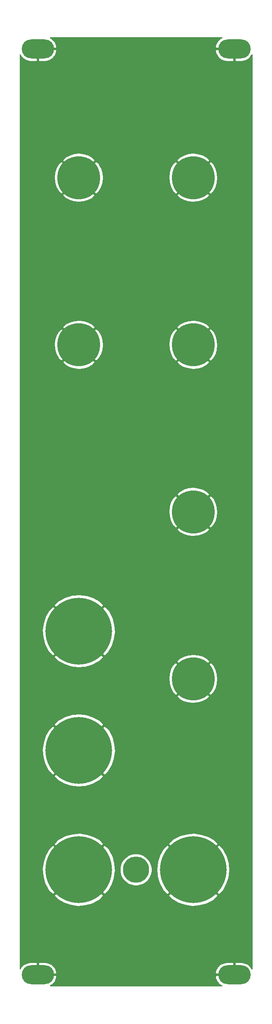
<source format=gbl>
G04 #@! TF.GenerationSoftware,KiCad,Pcbnew,7.0.11-7.0.11~ubuntu22.04.1*
G04 #@! TF.CreationDate,2024-03-05T20:19:51-05:00*
G04 #@! TF.ProjectId,precadsr-panel,70726563-6164-4737-922d-70616e656c2e,rev?*
G04 #@! TF.SameCoordinates,Original*
G04 #@! TF.FileFunction,Copper,L2,Bot*
G04 #@! TF.FilePolarity,Positive*
%FSLAX46Y46*%
G04 Gerber Fmt 4.6, Leading zero omitted, Abs format (unit mm)*
G04 Created by KiCad (PCBNEW 7.0.11-7.0.11~ubuntu22.04.1) date 2024-03-05 20:19:51*
%MOMM*%
%LPD*%
G01*
G04 APERTURE LIST*
G04 #@! TA.AperFunction,ComponentPad*
%ADD10O,6.800000X4.000000*%
G04 #@! TD*
G04 #@! TA.AperFunction,ComponentPad*
%ADD11C,14.000000*%
G04 #@! TD*
G04 #@! TA.AperFunction,ComponentPad*
%ADD12C,9.000000*%
G04 #@! TD*
G04 #@! TA.AperFunction,ComponentPad*
%ADD13C,17.600000*%
G04 #@! TD*
G04 #@! TA.AperFunction,ComponentPad*
%ADD14C,5.500000*%
G04 #@! TD*
G04 APERTURE END LIST*
D10*
G04 #@! TO.P,H1,1*
G04 #@! TO.N,GND*
X4400000Y197000000D03*
X4400000Y3000000D03*
G04 #@! TD*
G04 #@! TO.P,H2,1*
G04 #@! TO.N,GND*
X45600000Y197000000D03*
X45600000Y3000000D03*
G04 #@! TD*
D11*
G04 #@! TO.P,H3,1*
G04 #@! TO.N,GND*
X13000000Y75000000D03*
G04 #@! TD*
D12*
G04 #@! TO.P,H4,1*
G04 #@! TO.N,GND*
X37000000Y170000000D03*
G04 #@! TD*
G04 #@! TO.P,H5,1*
G04 #@! TO.N,GND*
X13000000Y170000000D03*
G04 #@! TD*
D11*
G04 #@! TO.P,H6,1*
G04 #@! TO.N,GND*
X13000000Y50000000D03*
G04 #@! TD*
D12*
G04 #@! TO.P,H7,1*
G04 #@! TO.N,GND*
X37000000Y135000000D03*
G04 #@! TD*
G04 #@! TO.P,H8,1*
G04 #@! TO.N,GND*
X13000000Y135000000D03*
G04 #@! TD*
D11*
G04 #@! TO.P,H9,1*
G04 #@! TO.N,GND*
X13000000Y25000000D03*
G04 #@! TD*
D12*
G04 #@! TO.P,H10,1*
G04 #@! TO.N,GND*
X37000000Y100000000D03*
G04 #@! TD*
D13*
G04 #@! TO.P,H11,1*
G04 #@! TO.N,GND*
X13000000Y100000000D03*
G04 #@! TD*
D11*
G04 #@! TO.P,H12,1*
G04 #@! TO.N,GND*
X37000000Y25000000D03*
G04 #@! TD*
D12*
G04 #@! TO.P,H13,1*
G04 #@! TO.N,GND*
X37000000Y65000000D03*
G04 #@! TD*
D14*
G04 #@! TO.P,H14,1*
G04 #@! TO.N,N/C*
X25000000Y25000000D03*
G04 #@! TD*
G04 #@! TA.AperFunction,Conductor*
G04 #@! TO.N,GND*
G36*
X43004489Y199432333D02*
G01*
X43045691Y199404803D01*
X43073221Y199363601D01*
X43082888Y199315000D01*
X43073221Y199266399D01*
X43045691Y199225197D01*
X43021078Y199206008D01*
X42706401Y199017795D01*
X42341444Y198687634D01*
X42047916Y198292624D01*
X41836536Y197846768D01*
X41751765Y197536363D01*
X41825204Y197254000D01*
X45408934Y197254000D01*
X45424399Y197264333D01*
X45473000Y197274000D01*
X45727000Y197274000D01*
X45775601Y197264333D01*
X45816803Y197236803D01*
X45824813Y197224814D01*
X45836803Y197216803D01*
X45864333Y197175601D01*
X45874000Y197127000D01*
X45874000Y196873000D01*
X45864333Y196824399D01*
X45854000Y196808935D01*
X45854000Y194492000D01*
X47117689Y194492000D01*
X47607730Y194564227D01*
X48071249Y194729592D01*
X48493598Y194982206D01*
X48858555Y195312367D01*
X49152083Y195707377D01*
X49200245Y195808962D01*
X49229800Y195848736D01*
X49272327Y195874172D01*
X49321350Y195881397D01*
X49369407Y195869312D01*
X49409181Y195839757D01*
X49434617Y195797230D01*
X49442001Y195754556D01*
X49442000Y4245446D01*
X49432333Y4196845D01*
X49404803Y4155643D01*
X49363601Y4128113D01*
X49315000Y4118446D01*
X49266399Y4128113D01*
X49225197Y4155643D01*
X49200244Y4191040D01*
X49152083Y4292624D01*
X48858555Y4687634D01*
X48493598Y5017795D01*
X48071249Y5270409D01*
X47607730Y5435774D01*
X47117689Y5508000D01*
X45854000Y5508000D01*
X45854000Y3191066D01*
X45864333Y3175601D01*
X45874000Y3127000D01*
X45874000Y2873000D01*
X45864333Y2824399D01*
X45836803Y2783197D01*
X45824813Y2775187D01*
X45816803Y2763197D01*
X45775601Y2735667D01*
X45727000Y2726000D01*
X45473000Y2726000D01*
X45424399Y2735667D01*
X45408934Y2746000D01*
X41825204Y2746000D01*
X41751765Y2463638D01*
X41836536Y2153233D01*
X42047916Y1707377D01*
X42341444Y1312367D01*
X42706401Y982206D01*
X43021078Y793992D01*
X43057825Y760748D01*
X43079053Y715973D01*
X43081531Y666482D01*
X43064880Y619810D01*
X43031636Y583063D01*
X42986861Y561835D01*
X42955888Y558000D01*
X7044112Y558000D01*
X6995511Y567667D01*
X6954309Y595197D01*
X6926779Y636399D01*
X6917112Y685000D01*
X6926779Y733601D01*
X6954309Y774803D01*
X6978922Y793992D01*
X7293598Y982206D01*
X7658555Y1312367D01*
X7952083Y1707377D01*
X8163463Y2153233D01*
X8248234Y2463638D01*
X8174796Y2746000D01*
X4591066Y2746000D01*
X4575601Y2735667D01*
X4527000Y2726000D01*
X4273000Y2726000D01*
X4224399Y2735667D01*
X4183197Y2763197D01*
X4175186Y2775187D01*
X4163197Y2783197D01*
X4135667Y2824399D01*
X4126000Y2873000D01*
X4126000Y3127000D01*
X4135667Y3175601D01*
X4146000Y3191066D01*
X4146000Y5508000D01*
X4654000Y5508000D01*
X4654000Y3254000D01*
X8174796Y3254000D01*
X8248234Y3536363D01*
X41751765Y3536363D01*
X41825204Y3254000D01*
X45346000Y3254000D01*
X45346000Y5508000D01*
X44082311Y5508000D01*
X43592269Y5435774D01*
X43128750Y5270409D01*
X42706401Y5017795D01*
X42341444Y4687634D01*
X42047916Y4292624D01*
X41836536Y3846768D01*
X41751765Y3536363D01*
X8248234Y3536363D01*
X8163463Y3846768D01*
X7952083Y4292624D01*
X7658555Y4687634D01*
X7293598Y5017795D01*
X6871249Y5270409D01*
X6407730Y5435774D01*
X5917689Y5508000D01*
X4654000Y5508000D01*
X4146000Y5508000D01*
X2882311Y5508000D01*
X2392269Y5435774D01*
X1928750Y5270409D01*
X1506401Y5017795D01*
X1141444Y4687634D01*
X847916Y4292624D01*
X799756Y4191040D01*
X770201Y4151266D01*
X727674Y4125830D01*
X678651Y4118605D01*
X630594Y4130690D01*
X590820Y4160245D01*
X565384Y4202772D01*
X558000Y4245446D01*
X558000Y19595056D01*
X7954267Y19595056D01*
X8673524Y18820372D01*
X9955338Y18097325D01*
X11360490Y17635974D01*
X12828639Y17457619D01*
X14303385Y17569114D01*
X15728027Y17966171D01*
X17052147Y18635715D01*
X17323155Y18816796D01*
X18045732Y19595056D01*
X31954267Y19595056D01*
X32673524Y18820372D01*
X33955338Y18097325D01*
X35360490Y17635974D01*
X36828639Y17457619D01*
X38303385Y17569114D01*
X39728027Y17966171D01*
X41052147Y18635715D01*
X41323155Y18816796D01*
X42045732Y19595056D01*
X37000000Y24640789D01*
X31954267Y19595056D01*
X18045732Y19595056D01*
X13000000Y24640789D01*
X7954267Y19595056D01*
X558000Y19595056D01*
X558000Y25171361D01*
X5457618Y25171361D01*
X5569113Y23696615D01*
X5966170Y22271973D01*
X6635714Y20947853D01*
X6816795Y20676845D01*
X7595055Y19954268D01*
X12640788Y25000000D01*
X13359211Y25000000D01*
X18404944Y19954268D01*
X19179628Y20673525D01*
X19902675Y21955339D01*
X20364026Y23360491D01*
X20524217Y24679117D01*
X21742000Y24679117D01*
X21867202Y24049678D01*
X22112798Y23456757D01*
X22469343Y22923149D01*
X22923148Y22469344D01*
X23456756Y22112799D01*
X24049677Y21867203D01*
X24679116Y21742000D01*
X25320884Y21742000D01*
X25950322Y21867203D01*
X26543243Y22112799D01*
X27076851Y22469344D01*
X27530656Y22923149D01*
X27887201Y23456757D01*
X28132797Y24049678D01*
X28258000Y24679117D01*
X28258000Y25171361D01*
X29457618Y25171361D01*
X29569113Y23696615D01*
X29966170Y22271973D01*
X30635714Y20947853D01*
X30816795Y20676845D01*
X31595055Y19954268D01*
X36640788Y25000000D01*
X37359211Y25000000D01*
X42404944Y19954268D01*
X43179628Y20673525D01*
X43902675Y21955339D01*
X44364026Y23360491D01*
X44542381Y24828640D01*
X44430886Y26303386D01*
X44033829Y27728028D01*
X43364285Y29052148D01*
X43183204Y29323156D01*
X42404944Y30045733D01*
X37359211Y25000000D01*
X36640788Y25000000D01*
X31595055Y30045733D01*
X30820371Y29326476D01*
X30097324Y28044662D01*
X29635973Y26639510D01*
X29457618Y25171361D01*
X28258000Y25171361D01*
X28258000Y25320884D01*
X28132797Y25950323D01*
X27887201Y26543244D01*
X27530656Y27076852D01*
X27076851Y27530657D01*
X26543243Y27887202D01*
X25950322Y28132798D01*
X25320884Y28258000D01*
X24679116Y28258000D01*
X24049677Y28132798D01*
X23456756Y27887202D01*
X22923148Y27530657D01*
X22469343Y27076852D01*
X22112798Y26543244D01*
X21867202Y25950323D01*
X21742000Y25320884D01*
X21742000Y24679117D01*
X20524217Y24679117D01*
X20542381Y24828640D01*
X20504945Y25323819D01*
X20430886Y26303386D01*
X20033829Y27728028D01*
X19364285Y29052148D01*
X19183204Y29323156D01*
X18404944Y30045733D01*
X13359211Y25000000D01*
X12640788Y25000000D01*
X7595055Y30045733D01*
X6820371Y29326476D01*
X6097324Y28044662D01*
X5635973Y26639510D01*
X5457618Y25171361D01*
X558000Y25171361D01*
X558000Y30404945D01*
X7954267Y30404945D01*
X13000000Y25359212D01*
X18045732Y30404945D01*
X31954267Y30404945D01*
X37000000Y25359212D01*
X42045732Y30404945D01*
X41326475Y31179629D01*
X40044661Y31902676D01*
X38639509Y32364027D01*
X37171360Y32542382D01*
X35696614Y32430887D01*
X34271972Y32033830D01*
X32947852Y31364286D01*
X32676844Y31183205D01*
X31954267Y30404945D01*
X18045732Y30404945D01*
X17326475Y31179629D01*
X16044661Y31902676D01*
X14639509Y32364027D01*
X13171360Y32542382D01*
X11696614Y32430887D01*
X10271972Y32033830D01*
X8947852Y31364286D01*
X8676844Y31183205D01*
X7954267Y30404945D01*
X558000Y30404945D01*
X558000Y44595056D01*
X7954267Y44595056D01*
X8673524Y43820372D01*
X9955338Y43097325D01*
X11360490Y42635974D01*
X12828639Y42457619D01*
X14303385Y42569114D01*
X15728027Y42966171D01*
X17052147Y43635715D01*
X17323155Y43816796D01*
X18045732Y44595056D01*
X13000000Y49640789D01*
X7954267Y44595056D01*
X558000Y44595056D01*
X558000Y50171361D01*
X5457618Y50171361D01*
X5569113Y48696615D01*
X5966170Y47271973D01*
X6635714Y45947853D01*
X6816795Y45676845D01*
X7595055Y44954268D01*
X12640788Y50000000D01*
X13359211Y50000000D01*
X18404944Y44954268D01*
X19179628Y45673525D01*
X19902675Y46955339D01*
X20364026Y48360491D01*
X20542381Y49828640D01*
X20430886Y51303386D01*
X20033829Y52728028D01*
X19364285Y54052148D01*
X19183204Y54323156D01*
X18404944Y55045733D01*
X13359211Y50000000D01*
X12640788Y50000000D01*
X7595055Y55045733D01*
X6820371Y54326476D01*
X6097324Y53044662D01*
X5635973Y51639510D01*
X5457618Y50171361D01*
X558000Y50171361D01*
X558000Y55404945D01*
X7954267Y55404945D01*
X13000000Y50359212D01*
X18045732Y55404945D01*
X17326475Y56179629D01*
X16044661Y56902676D01*
X14639509Y57364027D01*
X13171360Y57542382D01*
X11696614Y57430887D01*
X10271972Y57033830D01*
X8947852Y56364286D01*
X8676844Y56183205D01*
X7954267Y55404945D01*
X558000Y55404945D01*
X558000Y61367012D01*
X33726222Y61367012D01*
X34153266Y60851714D01*
X35006327Y60379542D01*
X35946043Y60079377D01*
X36926258Y59968308D01*
X37909307Y60050604D01*
X38857418Y60323104D01*
X39738887Y60777779D01*
X39843252Y60847514D01*
X40273777Y61367012D01*
X37000000Y64640789D01*
X33726222Y61367012D01*
X558000Y61367012D01*
X558000Y65073742D01*
X31968307Y65073742D01*
X32050603Y64090693D01*
X32323103Y63142582D01*
X32777778Y62261113D01*
X32847513Y62156748D01*
X33367011Y61726223D01*
X36640789Y65000000D01*
X37359211Y65000000D01*
X40632988Y61726223D01*
X41148286Y62153267D01*
X41620458Y63006328D01*
X41920623Y63946044D01*
X42031692Y64926259D01*
X41949396Y65909308D01*
X41676896Y66857419D01*
X41222221Y67738888D01*
X41152486Y67843253D01*
X40632988Y68273778D01*
X37359211Y65000000D01*
X36640789Y65000000D01*
X33367011Y68273778D01*
X32851713Y67846734D01*
X32379541Y66993673D01*
X32079376Y66053957D01*
X31968307Y65073742D01*
X558000Y65073742D01*
X558000Y69595056D01*
X7954267Y69595056D01*
X8673524Y68820372D01*
X9955338Y68097325D01*
X11360490Y67635974D01*
X12828639Y67457619D01*
X14303385Y67569114D01*
X15728027Y67966171D01*
X17046758Y68632989D01*
X33726222Y68632989D01*
X37000000Y65359211D01*
X40273777Y68632989D01*
X39846733Y69148287D01*
X38993672Y69620459D01*
X38053956Y69920624D01*
X37073741Y70031693D01*
X36090692Y69949397D01*
X35142581Y69676897D01*
X34261112Y69222222D01*
X34156747Y69152487D01*
X33726222Y68632989D01*
X17046758Y68632989D01*
X17052143Y68635712D01*
X17194105Y68730568D01*
X17194106Y68730568D01*
X17323155Y68816796D01*
X18045732Y69595056D01*
X13000000Y74640789D01*
X7954267Y69595056D01*
X558000Y69595056D01*
X558000Y75171361D01*
X5457618Y75171361D01*
X5569113Y73696615D01*
X5966170Y72271973D01*
X6635714Y70947853D01*
X6816795Y70676845D01*
X7595055Y69954268D01*
X12640788Y75000000D01*
X13359211Y75000000D01*
X18404944Y69954268D01*
X19179628Y70673525D01*
X19902675Y71955339D01*
X20364026Y73360491D01*
X20542381Y74828640D01*
X20430886Y76303386D01*
X20033829Y77728028D01*
X19364285Y79052148D01*
X19183204Y79323156D01*
X18404944Y80045733D01*
X13359211Y75000000D01*
X12640788Y75000000D01*
X7595055Y80045733D01*
X6820371Y79326476D01*
X6097324Y78044662D01*
X5635973Y76639510D01*
X5457618Y75171361D01*
X558000Y75171361D01*
X558000Y80404945D01*
X7954267Y80404945D01*
X13000000Y75359212D01*
X18045732Y80404945D01*
X17326475Y81179629D01*
X16044661Y81902676D01*
X14639509Y82364027D01*
X13171360Y82542382D01*
X11696614Y82430887D01*
X10271972Y82033830D01*
X8947852Y81364286D01*
X8676844Y81183205D01*
X7954267Y80404945D01*
X558000Y80404945D01*
X558000Y94027519D01*
X7386729Y94027519D01*
X8200412Y93170224D01*
X9618937Y92367122D01*
X11172999Y91854175D01*
X12797283Y91654264D01*
X14429344Y91775076D01*
X16006484Y92211968D01*
X17472301Y92950272D01*
X17796304Y93166764D01*
X18613270Y94027519D01*
X13000000Y99640789D01*
X7386729Y94027519D01*
X558000Y94027519D01*
X558000Y100202717D01*
X4654263Y100202717D01*
X4775075Y98570656D01*
X5211967Y96993516D01*
X5950271Y95527699D01*
X6166763Y95203696D01*
X7027518Y94386730D01*
X12640789Y100000000D01*
X13359211Y100000000D01*
X18972481Y94386730D01*
X19829776Y95200413D01*
X20490250Y96367012D01*
X33726222Y96367012D01*
X34153266Y95851714D01*
X35006327Y95379542D01*
X35946043Y95079377D01*
X36926258Y94968308D01*
X37909307Y95050604D01*
X38857418Y95323104D01*
X39738887Y95777779D01*
X39843252Y95847514D01*
X40273777Y96367012D01*
X37000000Y99640789D01*
X33726222Y96367012D01*
X20490250Y96367012D01*
X20530213Y96437599D01*
X20632878Y96618938D01*
X21145825Y98173000D01*
X21345736Y99797284D01*
X21325828Y100066236D01*
X21325272Y100073742D01*
X31968307Y100073742D01*
X32050603Y99090693D01*
X32323103Y98142582D01*
X32777778Y97261113D01*
X32847513Y97156748D01*
X33367011Y96726223D01*
X36640789Y100000000D01*
X37359211Y100000000D01*
X40632988Y96726223D01*
X41148286Y97153267D01*
X41620458Y98006328D01*
X41920623Y98946044D01*
X42031692Y99926259D01*
X41949396Y100909308D01*
X41676896Y101857419D01*
X41222221Y102738888D01*
X41152486Y102843253D01*
X40632988Y103273778D01*
X37359211Y100000000D01*
X36640789Y100000000D01*
X33367011Y103273778D01*
X32851713Y102846734D01*
X32379541Y101993673D01*
X32079376Y101053957D01*
X31968307Y100073742D01*
X21325272Y100073742D01*
X21224924Y101429345D01*
X20788032Y103006485D01*
X20505289Y103567841D01*
X20472475Y103632989D01*
X33726222Y103632989D01*
X37000000Y100359211D01*
X40273777Y103632989D01*
X39846733Y104148287D01*
X38993672Y104620459D01*
X38053956Y104920624D01*
X37073741Y105031693D01*
X36090692Y104949397D01*
X35142581Y104676897D01*
X34261112Y104222222D01*
X34156747Y104152487D01*
X33726222Y103632989D01*
X20472475Y103632989D01*
X20049728Y104472302D01*
X19833236Y104796305D01*
X18972481Y105613271D01*
X13359211Y100000000D01*
X12640789Y100000000D01*
X7027518Y105613271D01*
X6170223Y104799588D01*
X5367121Y103381063D01*
X4854174Y101827001D01*
X4654263Y100202717D01*
X558000Y100202717D01*
X558000Y105972482D01*
X7386729Y105972482D01*
X13000000Y100359211D01*
X18613270Y105972482D01*
X17799587Y106829777D01*
X16381062Y107632879D01*
X14827000Y108145826D01*
X13202716Y108345737D01*
X11570655Y108224925D01*
X9993515Y107788033D01*
X8527698Y107049729D01*
X8203695Y106833237D01*
X7386729Y105972482D01*
X558000Y105972482D01*
X558000Y131367012D01*
X9726222Y131367012D01*
X10153266Y130851714D01*
X11006327Y130379542D01*
X11946043Y130079377D01*
X12926258Y129968308D01*
X13909307Y130050604D01*
X14857418Y130323104D01*
X15738887Y130777779D01*
X15843252Y130847514D01*
X16273777Y131367012D01*
X33726222Y131367012D01*
X34153266Y130851714D01*
X35006327Y130379542D01*
X35946043Y130079377D01*
X36926258Y129968308D01*
X37909307Y130050604D01*
X38857418Y130323104D01*
X39738887Y130777779D01*
X39843252Y130847514D01*
X40273777Y131367012D01*
X37000000Y134640789D01*
X33726222Y131367012D01*
X16273777Y131367012D01*
X13000000Y134640789D01*
X9726222Y131367012D01*
X558000Y131367012D01*
X558000Y135073742D01*
X7968307Y135073742D01*
X8050603Y134090693D01*
X8323103Y133142582D01*
X8777778Y132261113D01*
X8847513Y132156748D01*
X9367011Y131726223D01*
X12640789Y135000000D01*
X13359211Y135000000D01*
X16632988Y131726223D01*
X17148286Y132153267D01*
X17620458Y133006328D01*
X17920623Y133946044D01*
X18031692Y134926259D01*
X18020077Y135065016D01*
X18019346Y135073742D01*
X31968307Y135073742D01*
X32050603Y134090693D01*
X32323103Y133142582D01*
X32777778Y132261113D01*
X32847513Y132156748D01*
X33367011Y131726223D01*
X36640789Y135000000D01*
X37359211Y135000000D01*
X40632988Y131726223D01*
X41148286Y132153267D01*
X41620458Y133006328D01*
X41920623Y133946044D01*
X42031692Y134926259D01*
X41949396Y135909308D01*
X41676896Y136857419D01*
X41222221Y137738888D01*
X41152486Y137843253D01*
X40632988Y138273778D01*
X37359211Y135000000D01*
X36640789Y135000000D01*
X33367011Y138273778D01*
X32851713Y137846734D01*
X32379541Y136993673D01*
X32079376Y136053957D01*
X31968307Y135073742D01*
X18019346Y135073742D01*
X17949396Y135909308D01*
X17676896Y136857419D01*
X17222221Y137738888D01*
X17152486Y137843253D01*
X16632988Y138273778D01*
X13359211Y135000000D01*
X12640789Y135000000D01*
X9367011Y138273778D01*
X8851713Y137846734D01*
X8379541Y136993673D01*
X8079376Y136053957D01*
X7968307Y135073742D01*
X558000Y135073742D01*
X558000Y138632989D01*
X9726222Y138632989D01*
X13000000Y135359211D01*
X16273777Y138632989D01*
X33726222Y138632989D01*
X37000000Y135359211D01*
X40273777Y138632989D01*
X39846733Y139148287D01*
X38993672Y139620459D01*
X38053956Y139920624D01*
X37073741Y140031693D01*
X36090692Y139949397D01*
X35142581Y139676897D01*
X34261112Y139222222D01*
X34156747Y139152487D01*
X33726222Y138632989D01*
X16273777Y138632989D01*
X15846733Y139148287D01*
X14993672Y139620459D01*
X14053956Y139920624D01*
X13073741Y140031693D01*
X12090692Y139949397D01*
X11142581Y139676897D01*
X10261112Y139222222D01*
X10156747Y139152487D01*
X9726222Y138632989D01*
X558000Y138632989D01*
X558000Y166367012D01*
X9726222Y166367012D01*
X10153266Y165851714D01*
X11006327Y165379542D01*
X11946043Y165079377D01*
X12926258Y164968308D01*
X13909307Y165050604D01*
X14857418Y165323104D01*
X15738887Y165777779D01*
X15843252Y165847514D01*
X16273777Y166367012D01*
X33726222Y166367012D01*
X34153266Y165851714D01*
X35006327Y165379542D01*
X35946043Y165079377D01*
X36926258Y164968308D01*
X37909307Y165050604D01*
X38857418Y165323104D01*
X39738887Y165777779D01*
X39843252Y165847514D01*
X40273777Y166367012D01*
X37000000Y169640789D01*
X33726222Y166367012D01*
X16273777Y166367012D01*
X13000000Y169640789D01*
X9726222Y166367012D01*
X558000Y166367012D01*
X558000Y170073742D01*
X7968307Y170073742D01*
X8050603Y169090693D01*
X8323103Y168142582D01*
X8777778Y167261113D01*
X8847513Y167156748D01*
X9367011Y166726223D01*
X12640789Y170000000D01*
X13359211Y170000000D01*
X16632988Y166726223D01*
X17148286Y167153267D01*
X17620458Y168006328D01*
X17920623Y168946044D01*
X18031692Y169926259D01*
X18020077Y170065016D01*
X18019346Y170073742D01*
X31968307Y170073742D01*
X32050603Y169090693D01*
X32323103Y168142582D01*
X32777778Y167261113D01*
X32847513Y167156748D01*
X33367011Y166726223D01*
X36640789Y170000000D01*
X37359211Y170000000D01*
X40632988Y166726223D01*
X41148286Y167153267D01*
X41620458Y168006328D01*
X41920623Y168946044D01*
X42031692Y169926259D01*
X41949396Y170909308D01*
X41676896Y171857419D01*
X41222221Y172738888D01*
X41152486Y172843253D01*
X40632988Y173273778D01*
X37359211Y170000000D01*
X36640789Y170000000D01*
X33367011Y173273778D01*
X32851713Y172846734D01*
X32379541Y171993673D01*
X32079376Y171053957D01*
X31968307Y170073742D01*
X18019346Y170073742D01*
X17949396Y170909308D01*
X17676896Y171857419D01*
X17222221Y172738888D01*
X17152486Y172843253D01*
X16632988Y173273778D01*
X13359211Y170000000D01*
X12640789Y170000000D01*
X9367011Y173273778D01*
X8851713Y172846734D01*
X8379541Y171993673D01*
X8079376Y171053957D01*
X7968307Y170073742D01*
X558000Y170073742D01*
X558000Y173632989D01*
X9726222Y173632989D01*
X13000000Y170359211D01*
X16273777Y173632989D01*
X33726222Y173632989D01*
X37000000Y170359211D01*
X40273777Y173632989D01*
X39846733Y174148287D01*
X38993672Y174620459D01*
X38053956Y174920624D01*
X37073741Y175031693D01*
X36090692Y174949397D01*
X35142581Y174676897D01*
X34261112Y174222222D01*
X34156747Y174152487D01*
X33726222Y173632989D01*
X16273777Y173632989D01*
X15846733Y174148287D01*
X14993672Y174620459D01*
X14053956Y174920624D01*
X13073741Y175031693D01*
X12090692Y174949397D01*
X11142581Y174676897D01*
X10261112Y174222222D01*
X10156747Y174152487D01*
X9726222Y173632989D01*
X558000Y173632989D01*
X558000Y195754554D01*
X567667Y195803155D01*
X595197Y195844357D01*
X636399Y195871887D01*
X685000Y195881554D01*
X733601Y195871887D01*
X774803Y195844357D01*
X799756Y195808960D01*
X847916Y195707377D01*
X1141444Y195312367D01*
X1506401Y194982206D01*
X1928750Y194729592D01*
X2392269Y194564227D01*
X2882311Y194492000D01*
X4146000Y194492000D01*
X4146000Y196746000D01*
X4654000Y196746000D01*
X4654000Y194492000D01*
X5917689Y194492000D01*
X6407730Y194564227D01*
X6871249Y194729592D01*
X7293598Y194982206D01*
X7658555Y195312367D01*
X7952083Y195707377D01*
X8163463Y196153233D01*
X8248234Y196463638D01*
X41751765Y196463638D01*
X41836536Y196153233D01*
X42047916Y195707377D01*
X42341444Y195312367D01*
X42706401Y194982206D01*
X43128750Y194729592D01*
X43592269Y194564227D01*
X44082311Y194492000D01*
X45346000Y194492000D01*
X45346000Y196746000D01*
X41825204Y196746000D01*
X41751765Y196463638D01*
X8248234Y196463638D01*
X8174796Y196746000D01*
X4654000Y196746000D01*
X4146000Y196746000D01*
X4146000Y196808935D01*
X4135667Y196824399D01*
X4126000Y196873000D01*
X4126000Y197127000D01*
X4135667Y197175601D01*
X4163197Y197216803D01*
X4175186Y197224814D01*
X4183197Y197236803D01*
X4224399Y197264333D01*
X4273000Y197274000D01*
X4527000Y197274000D01*
X4575601Y197264333D01*
X4591066Y197254000D01*
X8174796Y197254000D01*
X8248234Y197536363D01*
X8163463Y197846768D01*
X7952083Y198292624D01*
X7658555Y198687634D01*
X7293598Y199017795D01*
X6978922Y199206008D01*
X6942175Y199239252D01*
X6920947Y199284027D01*
X6918469Y199333518D01*
X6935120Y199380190D01*
X6968364Y199416937D01*
X7013139Y199438165D01*
X7044112Y199442000D01*
X42955888Y199442000D01*
X43004489Y199432333D01*
G37*
G04 #@! TD.AperFunction*
G04 #@! TD*
M02*

</source>
